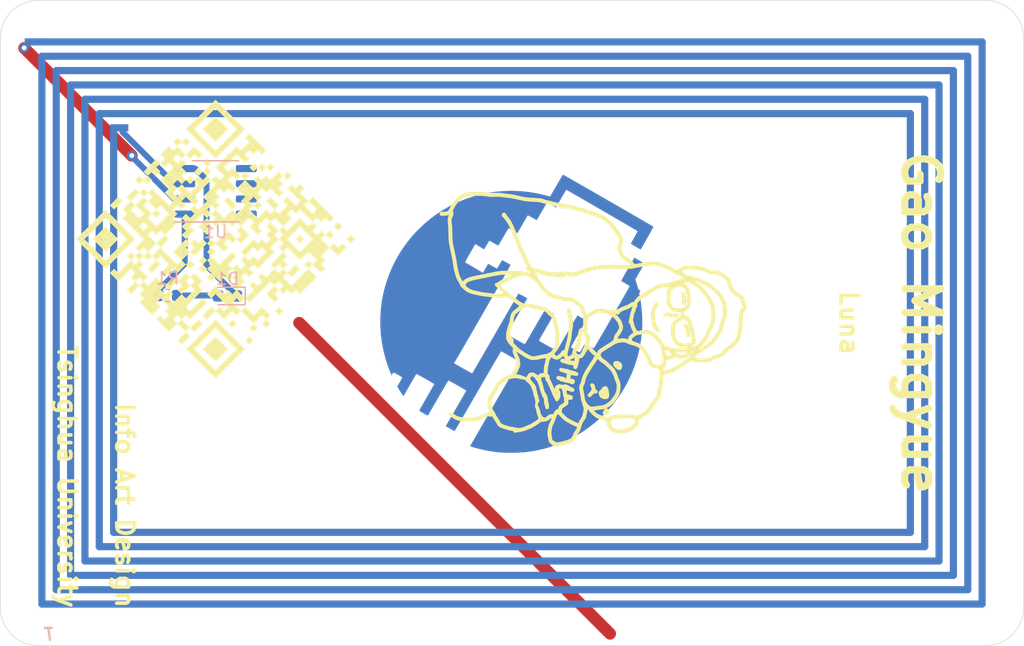
<source format=kicad_pcb>
(kicad_pcb (version 20171130) (host pcbnew "(5.1.9)-1")
  (layers (0 F.Cu signal) (31 B.Cu signal) (34 B.Paste user) (35 F.Paste user) (36 B.SilkS user) (37 F.SilkS user) (38 B.Mask user) (39 F.Mask user) (44 Edge.Cuts user))
  (net 0 "")
  (net 1 "Net-(AE1-Pad2)")
  (net 2 GND)
  (net 3 "Net-(D1-Pad2)")
  (net 4 +3V3)
  (net 5 "Net-(AE1-Pad1)")
  (net 6 "Net-(U1-Pad8)")
  (net 7 "Net-(U1-Pad7)")
  (net 8 "Net-(U1-Pad6)")
  (net 9 "Net-(U1-Pad5)")
  (module Avatars:13高明月 (layer F.Cu) (at 152.39 73.01 270)
    (fp_text reference G*** hide)
    (fp_text value LOGO hide)
  )
  (module Card:FutureInteractionDisconnect (layer B.Cu) (at 142.8 73.01)
    (fp_text reference G*** hide)
    (fp_text value LOGO hide)
    (fp_poly (pts (xy 0.476798 10.843159) (xy 0.984689 10.811521) (xy 1.474558 10.756716) (xy 1.960792 10.677047) (xy 2.457777 10.570817) (xy 2.578206 10.541687) (xy 3.286119 10.341214) (xy 3.97344 10.095386) (xy 4.638474 9.805974) (xy 5.279524 9.474753) (xy 5.894894 9.103496) (xy 6.482888 8.693976) (xy 7.04181 8.247968) (xy 7.569964 7.767244) (xy 8.065655 7.253579) (xy 8.527185 6.708745) (xy 8.952859 6.134517) (xy 9.340981 5.532667) (xy 9.689855 4.90497) (xy 9.997785 4.253199) (xy 10.263075 3.579127) (xy 10.484028 2.884529) (xy 10.658949 2.171177) (xy 10.67963 2.0701) (xy 10.801638 1.330457) (xy 10.873378 0.58695) (xy 10.894846 -0.158117) (xy 10.866035 -0.902439) (xy 10.78694 -1.643714) (xy 10.690058 -2.219732) (xy 10.635958 -2.496365) (xy 10.687195 -2.601827) (xy 10.738433 -2.707288) (xy 10.642725 -2.76237) (xy 10.57361 -2.813266) (xy 10.538395 -2.874747) (xy 10.529264 -2.912089) (xy 10.51508 -2.972243) (xy 10.489173 -3.068151) (xy 10.455095 -3.187118) (xy 10.416403 -3.316451) (xy 10.412243 -3.330031) (xy 10.312976 -3.653336) (xy 10.692223 -4.309184) (xy 11.071471 -4.965031) (xy 10.964985 -5.030828) (xy 10.903142 -5.068253) (xy 10.809179 -5.124154) (xy 10.694928 -5.191533) (xy 10.57222 -5.263392) (xy 10.547784 -5.277639) (xy 10.237069 -5.458652) (xy 10.137689 -5.288376) (xy 9.967675 -4.996343) (xy 9.808924 -4.722203) (xy 9.66303 -4.468783) (xy 9.531585 -4.23891) (xy 9.416183 -4.03541) (xy 9.318418 -3.861108) (xy 9.239884 -3.718833) (xy 9.182173 -3.61141) (xy 9.146879 -3.541665) (xy 9.135596 -3.512425) (xy 9.136046 -3.511716) (xy 9.164063 -3.496979) (xy 9.227852 -3.461062) (xy 9.3194 -3.408548) (xy 9.430696 -3.344018) (xy 9.4996 -3.303792) (xy 9.637811 -3.221258) (xy 9.735593 -3.15862) (xy 9.797636 -3.112437) (xy 9.828633 -3.079266) (xy 9.834027 -3.058465) (xy 9.820177 -3.029499) (xy 9.782837 -2.960241) (xy 9.723931 -2.854025) (xy 9.645384 -2.714183) (xy 9.549119 -2.544049) (xy 9.437062 -2.346956) (xy 9.311138 -2.126238) (xy 9.173271 -1.885229) (xy 9.025385 -1.62726) (xy 8.869405 -1.355667) (xy 8.707256 -1.073782) (xy 8.540863 -0.784938) (xy 8.372149 -0.49247) (xy 8.20304 -0.199709) (xy 8.03546 0.090009) (xy 7.871334 0.373352) (xy 7.712586 0.646987) (xy 7.561141 0.907579) (xy 7.418924 1.151796) (xy 7.287859 1.376305) (xy 7.16987 1.577771) (xy 7.066883 1.752862) (xy 6.980822 1.898244) (xy 6.913611 2.010584) (xy 6.867176 2.086548) (xy 6.84344 2.122803) (xy 6.840974 2.125466) (xy 6.808278 2.117555) (xy 6.738414 2.0862) (xy 6.637449 2.034628) (xy 6.511448 1.966064) (xy 6.36648 1.883737) (xy 6.208612 1.790872) (xy 6.183242 1.77566) (xy 6.105384 1.728857) (xy 5.894063 2.096329) (xy 5.823088 2.218199) (xy 5.760368 2.322976) (xy 5.710386 2.403401) (xy 5.677625 2.452217) (xy 5.667121 2.463723) (xy 5.637825 2.451453) (xy 5.575043 2.418207) (xy 5.487566 2.36919) (xy 5.384183 2.309608) (xy 5.273686 2.244664) (xy 5.164865 2.179564) (xy 5.066509 2.119512) (xy 4.98741 2.069714) (xy 4.936358 2.035373) (xy 4.92158 2.02229) (xy 4.933833 1.99713) (xy 4.969152 1.932263) (xy 5.025133 1.83193) (xy 5.09937 1.700376) (xy 5.189458 1.541844) (xy 5.29299 1.360577) (xy 5.407561 1.160818) (xy 5.530766 0.946812) (xy 5.55997 0.896198) (xy 5.684526 0.680078) (xy 5.80079 0.477699) (xy 5.906391 0.293234) (xy 5.998957 0.130856) (xy 6.076116 -0.00526) (xy 6.135498 -0.110942) (xy 6.17473 -0.182016) (xy 6.191441 -0.214307) (xy 6.191837 -0.215823) (xy 6.169285 -0.229211) (xy 6.111795 -0.262713) (xy 6.028445 -0.311082) (xy 5.928313 -0.369071) (xy 5.820475 -0.43143) (xy 5.714011 -0.492914) (xy 5.617997 -0.548273) (xy 5.541511 -0.592261) (xy 5.493632 -0.61963) (xy 5.483312 -0.625412) (xy 5.468283 -0.605464) (xy 5.430101 -0.545036) (xy 5.370888 -0.447717) (xy 5.292762 -0.317094) (xy 5.197843 -0.156756) (xy 5.088252 0.029711) (xy 4.966108 0.238716) (xy 4.833532 0.466674) (xy 4.692643 0.709995) (xy 4.622009 0.832368) (xy 4.477601 1.082663) (xy 4.340473 1.320067) (xy 4.212756 1.540903) (xy 4.096585 1.741495) (xy 3.994093 1.918167) (xy 3.907414 2.067243) (xy 3.838682 2.185046) (xy 3.790029 2.267902) (xy 3.76359 2.312132) (xy 3.759448 2.318529) (xy 3.735327 2.310133) (xy 3.673365 2.28003) (xy 3.579841 2.231692) (xy 3.461036 2.168593) (xy 3.32323 2.094204) (xy 3.172702 2.011998) (xy 3.015732 1.925448) (xy 2.858599 1.838025) (xy 2.707584 1.753204) (xy 2.568966 1.674455) (xy 2.449025 1.605252) (xy 2.354041 1.549067) (xy 2.290293 1.509373) (xy 2.268843 1.494271) (xy 2.266979 1.47259) (xy 2.284275 1.423159) (xy 2.32229 1.342886) (xy 2.382584 1.228679) (xy 2.466716 1.07745) (xy 2.571794 0.893812) (xy 2.685372 0.697133) (xy 2.81263 0.476767) (xy 2.944466 0.248473) (xy 3.071782 0.028007) (xy 3.185479 -0.168875) (xy 3.215098 -0.220164) (xy 3.525594 -0.757828) (xy 3.167325 -0.963385) (xy 3.0277 -1.042281) (xy 2.925374 -1.096862) (xy 2.854557 -1.129721) (xy 2.809459 -1.14345) (xy 2.784291 -1.140642) (xy 2.779722 -1.13692) (xy 2.762251 -1.109847) (xy 2.721702 -1.042493) (xy 2.660279 -0.938641) (xy 2.580188 -0.802073) (xy 2.483633 -0.63657) (xy 2.372819 -0.445915) (xy 2.249951 -0.233888) (xy 2.117234 -0.004271) (xy 1.976872 0.239154) (xy 1.931765 0.3175) (xy 1.789487 0.564379) (xy 1.654156 0.798552) (xy 1.527975 1.016246) (xy 1.41315 1.21369) (xy 1.311885 1.387112) (xy 1.226383 1.53274) (xy 1.158849 1.646802) (xy 1.111487 1.725526) (xy 1.086501 1.76514) (xy 1.083621 1.768911) (xy 1.054992 1.764093) (xy 0.989356 1.736223) (xy 0.892961 1.688891) (xy 0.772051 1.625688) (xy 0.632874 1.550206) (xy 0.481675 1.466035) (xy 0.324701 1.376766) (xy 0.168198 1.285989) (xy 0.018412 1.197296) (xy -0.118411 1.114277) (xy -0.236023 1.040523) (xy -0.32818 0.979625) (xy -0.388635 0.935174) (xy -0.411141 0.91076) (xy -0.411087 0.909645) (xy -0.397314 0.882444) (xy -0.360221 0.815008) (xy -0.301931 0.711067) (xy -0.22457 0.574353) (xy -0.130263 0.408597) (xy -0.021134 0.217531) (xy 0.100691 0.004887) (xy 0.233087 -0.225605) (xy 0.37393 -0.470213) (xy 0.435504 -0.576974) (xy 0.578763 -0.825951) (xy 0.713878 -1.062143) (xy 0.838786 -1.281859) (xy 0.951428 -1.481408) (xy 1.049742 -1.657099) (xy 1.131668 -1.805241) (xy 1.195145 -1.922143) (xy 1.238112 -2.004114) (xy 1.258508 -2.047464) (xy 1.259813 -2.053333) (xy 1.230636 -2.078021) (xy 1.167549 -2.119077) (xy 1.07968 -2.171534) (xy 0.976157 -2.23043) (xy 0.866109 -2.290799) (xy 0.758664 -2.347679) (xy 0.66295 -2.396104) (xy 0.588097 -2.43111) (xy 0.543232 -2.447734) (xy 0.534867 -2.447568) (xy 0.520172 -2.423431) (xy 0.481517 -2.3577) (xy 0.420304 -2.252797) (xy 0.337934 -2.111144) (xy 0.235808 -1.935163) (xy 0.115329 -1.727276) (xy -0.022102 -1.489904) (xy -0.175083 -1.225471) (xy -0.342214 -0.936399) (xy -0.522091 -0.625108) (xy -0.713315 -0.294021) (xy -0.914482 0.054439) (xy -1.124192 0.417851) (xy -1.341043 0.793792) (xy -1.395948 0.889) (xy -1.614299 1.26758) (xy -1.825822 1.634169) (xy -2.02912 1.986351) (xy -2.222792 2.321708) (xy -2.405442 2.637825) (xy -2.575668 2.932284) (xy -2.732075 3.202668) (xy -2.873262 3.446561) (xy -2.99783 3.661546) (xy -3.104383 3.845206) (xy -3.19152 3.995124) (xy -3.257843 4.108884) (xy -3.301953 4.184069) (xy -3.322453 4.218262) (xy -3.323727 4.220125) (xy -3.347562 4.21091) (xy -3.409249 4.179884) (xy -3.502578 4.13052) (xy -3.62134 4.066293) (xy -3.759327 3.990676) (xy -3.910329 3.907143) (xy -4.068139 3.819169) (xy -4.226546 3.730228) (xy -4.379343 3.643793) (xy -4.520319 3.563339) (xy -4.643268 3.492339) (xy -4.741979 3.434268) (xy -4.810243 3.392599) (xy -4.841853 3.370808) (xy -4.842135 3.370533) (xy -4.838087 3.343162) (xy -4.810259 3.29385) (xy -4.80401 3.284947) (xy -4.780083 3.247421) (xy -4.733048 3.169482) (xy -4.664429 3.053775) (xy -4.575747 2.902948) (xy -4.468526 2.719647) (xy -4.344288 2.506516) (xy -4.204555 2.266204) (xy -4.05085 2.001354) (xy -3.884696 1.714615) (xy -3.707615 1.408631) (xy -3.52113 1.086049) (xy -3.326763 0.749515) (xy -3.126037 0.401675) (xy -2.920474 0.045176) (xy -2.711598 -0.317338) (xy -2.50093 -0.683219) (xy -2.289994 -1.049821) (xy -2.080311 -1.414499) (xy -1.873405 -1.774607) (xy -1.670798 -2.127497) (xy -1.474012 -2.470525) (xy -1.28457 -2.801044) (xy -1.103995 -3.116407) (xy -0.93381 -3.41397) (xy -0.775536 -3.691085) (xy -0.630696 -3.945107) (xy -0.500814 -4.173389) (xy -0.387411 -4.373286) (xy -0.29201 -4.542152) (xy -0.216134 -4.677339) (xy -0.161306 -4.776203) (xy -0.129047 -4.836097) (xy -0.12055 -4.854481) (xy -0.148094 -4.872927) (xy -0.20966 -4.910308) (xy -0.296 -4.96131) (xy -0.397867 -5.020616) (xy -0.506014 -5.08291) (xy -0.611194 -5.142878) (xy -0.70416 -5.195204) (xy -0.775665 -5.234572) (xy -0.816461 -5.255667) (xy -0.822178 -5.2578) (xy -0.838059 -5.236966) (xy -0.874508 -5.179447) (xy -0.926976 -5.092712) (xy -0.990913 -4.984229) (xy -1.032724 -4.912095) (xy -1.102552 -4.79303) (xy -1.165122 -4.690318) (xy -1.215493 -4.611763) (xy -1.248727 -4.565171) (xy -1.258171 -4.55588) (xy -1.288054 -4.564389) (xy -1.35364 -4.59469) (xy -1.446906 -4.642711) (xy -1.559832 -4.70438) (xy -1.637655 -4.748519) (xy -1.990869 -4.951668) (xy -2.149317 -4.679284) (xy -2.217631 -4.562121) (xy -2.283393 -4.449812) (xy -2.338709 -4.355815) (xy -2.373162 -4.297784) (xy -2.438558 -4.188668) (xy -2.546429 -4.262275) (xy -2.597072 -4.294445) (xy -2.684832 -4.3476) (xy -2.80268 -4.417593) (xy -2.943589 -4.500277) (xy -3.100528 -4.591503) (xy -3.2639 -4.68565) (xy -3.424814 -4.778382) (xy -3.572138 -4.864052) (xy -3.699845 -4.939097) (xy -3.80191 -4.999949) (xy -3.872307 -5.043043) (xy -3.90501 -5.064814) (xy -3.905734 -5.065449) (xy -3.910202 -5.082339) (xy -3.901796 -5.116628) (xy -3.878477 -5.17232) (xy -3.838203 -5.25342) (xy -3.778934 -5.363933) (xy -3.698629 -5.507865) (xy -3.595247 -5.68922) (xy -3.531084 -5.800695) (xy -3.432139 -5.972688) (xy -3.341858 -6.130582) (xy -3.263264 -6.269015) (xy -3.19938 -6.382622) (xy -3.153231 -6.466041) (xy -3.127838 -6.513907) (xy -3.123812 -6.523205) (xy -3.111402 -6.557575) (xy -3.100951 -6.57599) (xy -3.080344 -6.590961) (xy -3.043599 -6.583451) (xy -2.980525 -6.550329) (xy -2.942589 -6.52732) (xy -2.749686 -6.408294) (xy -2.597127 -6.315195) (xy -2.482465 -6.246571) (xy -2.403252 -6.200974) (xy -2.357039 -6.176953) (xy -2.343024 -6.1722) (xy -2.324092 -6.193152) (xy -2.285107 -6.251056) (xy -2.230736 -6.338485) (xy -2.165646 -6.448011) (xy -2.120011 -6.527164) (xy -2.050271 -6.647126) (xy -1.987949 -6.749842) (xy -1.937776 -6.827859) (xy -1.904486 -6.873724) (xy -1.894188 -6.882764) (xy -1.865233 -6.870804) (xy -1.800524 -6.837362) (xy -1.708056 -6.786776) (xy -1.595824 -6.723386) (xy -1.520929 -6.6802) (xy -1.401491 -6.611244) (xy -1.297982 -6.552313) (xy -1.218106 -6.507727) (xy -1.169566 -6.481804) (xy -1.158573 -6.477) (xy -1.141528 -6.497567) (xy -1.104805 -6.553403) (xy -1.053996 -6.635708) (xy -1.001138 -6.72465) (xy -0.943078 -6.823665) (xy -0.865712 -6.955218) (xy -0.775624 -7.108136) (xy -0.679395 -7.271248) (xy -0.583609 -7.433381) (xy -0.567759 -7.460184) (xy -0.279207 -7.948068) (xy 0.455887 -7.523734) (xy 0.866825 -8.238617) (xy 0.967402 -8.413009) (xy 1.060911 -8.574047) (xy 1.144103 -8.716219) (xy 1.213727 -8.834015) (xy 1.266536 -8.921926) (xy 1.299281 -8.974441) (xy 1.307807 -8.986519) (xy 1.327383 -8.994683) (xy 1.363309 -8.987875) (xy 1.421643 -8.963388) (xy 1.508445 -8.918513) (xy 1.629772 -8.850544) (xy 1.691276 -8.815157) (xy 1.811773 -8.746037) (xy 1.916721 -8.6869) (xy 1.998341 -8.642044) (xy 2.048855 -8.615768) (xy 2.061268 -8.610688) (xy 2.077453 -8.631871) (xy 2.115688 -8.692012) (xy 2.172874 -8.78593) (xy 2.245914 -8.908443) (xy 2.331708 -9.054371) (xy 2.427158 -9.218533) (xy 2.490374 -9.32815) (xy 2.590527 -9.502048) (xy 2.682946 -9.661936) (xy 2.764507 -9.802454) (xy 2.832086 -9.918243) (xy 2.88256 -10.003945) (xy 2.912803 -10.054199) (xy 2.919983 -10.065158) (xy 2.946486 -10.059565) (xy 3.009077 -10.031782) (xy 3.100194 -9.985601) (xy 3.212271 -9.924811) (xy 3.304985 -9.872229) (xy 3.672914 -9.659841) (xy 4.531862 -11.148983) (xy 4.647181 -11.084657) (xy 4.745495 -11.029327) (xy 4.878742 -10.953582) (xy 5.043824 -10.85922) (xy 5.237643 -10.74804) (xy 5.4571 -10.62184) (xy 5.699097 -10.482418) (xy 5.960536 -10.331574) (xy 6.238318 -10.171106) (xy 6.529346 -10.002811) (xy 6.830521 -9.82849) (xy 7.138744 -9.64994) (xy 7.450919 -9.468959) (xy 7.763945 -9.287347) (xy 8.074726 -9.106902) (xy 8.380163 -8.929423) (xy 8.677157 -8.756707) (xy 8.962611 -8.590554) (xy 9.233426 -8.432762) (xy 9.486504 -8.28513) (xy 9.718747 -8.149456) (xy 9.927056 -8.027539) (xy 10.108334 -7.921176) (xy 10.259481 -7.832168) (xy 10.377401 -7.762312) (xy 10.458993 -7.713406) (xy 10.501161 -7.68725) (xy 10.506485 -7.683316) (xy 10.497286 -7.654357) (xy 10.46572 -7.588192) (xy 10.415246 -7.49136) (xy 10.349323 -7.3704) (xy 10.271409 -7.231851) (xy 10.224413 -7.150028) (xy 10.141958 -7.005108) (xy 10.070332 -6.874558) (xy 10.012842 -6.7648) (xy 9.972795 -6.682257) (xy 9.9535 -6.63335) (xy 9.953021 -6.623018) (xy 9.980019 -6.604656) (xy 10.041235 -6.567003) (xy 10.128288 -6.514927) (xy 10.232797 -6.453294) (xy 10.346382 -6.386968) (xy 10.460661 -6.320818) (xy 10.567255 -6.259708) (xy 10.657782 -6.208505) (xy 10.723862 -6.172076) (xy 10.757113 -6.155285) (xy 10.759427 -6.154793) (xy 10.772426 -6.177069) (xy 10.808159 -6.238814) (xy 10.864001 -6.335479) (xy 10.937327 -6.462514) (xy 11.025512 -6.615372) (xy 11.12593 -6.789503) (xy 11.235957 -6.980358) (xy 11.302268 -7.095411) (xy 11.424496 -7.308908) (xy 11.534096 -7.503137) (xy 11.62898 -7.674229) (xy 11.707058 -7.818311) (xy 11.766244 -7.931512) (xy 11.804449 -8.009962) (xy 11.819584 -8.049789) (xy 11.819201 -8.053758) (xy 11.793341 -8.070444) (xy 11.726342 -8.110703) (xy 11.620964 -8.172945) (xy 11.479967 -8.255581) (xy 11.306114 -8.35702) (xy 11.102164 -8.475674) (xy 10.870878 -8.609951) (xy 10.615018 -8.758263) (xy 10.337343 -8.91902) (xy 10.040614 -9.090632) (xy 9.727593 -9.27151) (xy 9.40104 -9.460063) (xy 9.063716 -9.654702) (xy 8.718381 -9.853837) (xy 8.367797 -10.055878) (xy 8.014724 -10.259236) (xy 7.661922 -10.462322) (xy 7.312153 -10.663544) (xy 6.968178 -10.861314) (xy 6.632756 -11.054042) (xy 6.30865 -11.240138) (xy 5.998619 -11.418012) (xy 5.705424 -11.586075) (xy 5.431827 -11.742737) (xy 5.180587 -11.886409) (xy 4.954466 -12.015499) (xy 4.756225 -12.12842) (xy 4.588623 -12.22358) (xy 4.454423 -12.299391) (xy 4.356384 -12.354262) (xy 4.297268 -12.386604) (xy 4.279741 -12.3952) (xy 4.250856 -12.374613) (xy 4.20655 -12.320076) (xy 4.155381 -12.242424) (xy 4.144306 -12.22375) (xy 4.10714 -12.159655) (xy 4.048542 -12.058342) (xy 3.972437 -11.92661) (xy 3.882752 -11.771259) (xy 3.783412 -11.599088) (xy 3.678343 -11.416897) (xy 3.620006 -11.3157) (xy 3.518863 -11.140318) (xy 3.426042 -10.979555) (xy 3.344523 -10.838554) (xy 3.277283 -10.722459) (xy 3.227302 -10.636417) (xy 3.197559 -10.58557) (xy 3.190352 -10.573648) (xy 3.16546 -10.578053) (xy 3.100997 -10.593975) (xy 3.006248 -10.619014) (xy 2.890498 -10.650768) (xy 2.868982 -10.656778) (xy 2.179465 -10.824098) (xy 1.473229 -10.945348) (xy 0.755268 -11.020388) (xy 0.030576 -11.049075) (xy -0.695852 -11.031266) (xy -1.419022 -10.966818) (xy -2.13394 -10.85559) (xy -2.377149 -10.806469) (xy -3.091019 -10.628093) (xy -3.78564 -10.403717) (xy -4.459279 -10.135027) (xy -5.110204 -9.823706) (xy -5.73668 -9.47144) (xy -6.336975 -9.079914) (xy -6.909355 -8.650813) (xy -7.452089 -8.185823) (xy -7.963441 -7.686626) (xy -8.44168 -7.15491) (xy -8.885073 -6.592358) (xy -9.291885 -6.000657) (xy -9.660384 -5.381489) (xy -9.988838 -4.736542) (xy -10.275512 -4.067499) (xy -10.518674 -3.376045) (xy -10.705417 -2.709609) (xy -10.855206 -1.996713) (xy -10.956265 -1.273971) (xy -11.008864 -0.544935) (xy -11.013276 0.186843) (xy -10.96977 0.917811) (xy -10.878618 1.644416) (xy -10.740092 2.363108) (xy -10.554461 3.070334) (xy -10.321997 3.762541) (xy -10.185078 4.109643) (xy -10.07652 4.371185) (xy -10.014684 4.26232) (xy -9.973392 4.195385) (xy -9.938334 4.148296) (xy -9.926474 4.137155) (xy -9.897913 4.144185) (xy -9.834872 4.172127) (xy -9.746552 4.215965) (xy -9.642155 4.270678) (xy -9.530883 4.331248) (xy -9.421938 4.392656) (xy -9.324521 4.449883) (xy -9.247835 4.497909) (xy -9.201081 4.531717) (xy -9.198038 4.534467) (xy -9.188641 4.552931) (xy -9.192238 4.584273) (xy -9.211619 4.634749) (xy -9.249572 4.710616) (xy -9.30889 4.818128) (xy -9.379424 4.941202) (xy -9.595673 5.315065) (xy -9.542201 5.407083) (xy -9.495868 5.484434) (xy -9.433425 5.585479) (xy -9.362038 5.698978) (xy -9.288871 5.813695) (xy -9.22109 5.918392) (xy -9.16586 6.001832) (xy -9.1313 6.051501) (xy -9.0805 6.119745) (xy -8.560943 5.216605) (xy -8.447866 5.020317) (xy -8.341986 4.837045) (xy -8.246126 4.671634) (xy -8.163107 4.52893) (xy -8.09575 4.41378) (xy -8.046879 4.33103) (xy -8.019314 4.285524) (xy -8.014843 4.27878) (xy -7.999627 4.273543) (xy -7.967701 4.280546) (xy -7.915107 4.30179) (xy -7.837885 4.339275) (xy -7.732077 4.395003) (xy -7.593726 4.470975) (xy -7.418872 4.569192) (xy -7.24535 4.667806) (xy -7.069041 4.768995) (xy -6.907678 4.862832) (xy -6.766374 4.946249) (xy -6.650242 5.016177) (xy -6.564394 5.069546) (xy -6.513942 5.103289) (xy -6.5024 5.113779) (xy -6.514744 5.139551) (xy -6.550146 5.204943) (xy -6.606162 5.305639) (xy -6.68035 5.437321) (xy -6.770267 5.595674) (xy -6.873469 5.776382) (xy -6.987512 5.975129) (xy -7.109955 6.187599) (xy -7.124863 6.213408) (xy -7.248334 6.427429) (xy -7.363912 6.628381) (xy -7.469126 6.811922) (xy -7.561504 6.973712) (xy -7.638573 7.109408) (xy -7.697861 7.214669) (xy -7.736897 7.285154) (xy -7.753209 7.316522) (xy -7.753513 7.317416) (xy -7.734805 7.33856) (xy -7.679116 7.379844) (xy -7.593686 7.436403) (xy -7.485756 7.503373) (xy -7.407105 7.550102) (xy -7.273259 7.627504) (xy -7.176164 7.68116) (xy -7.109295 7.713926) (xy -7.066124 7.728655) (xy -7.040125 7.728203) (xy -7.025798 7.716885) (xy -7.008417 7.68856) (xy -6.967898 7.620001) (xy -6.906444 7.515003) (xy -6.826258 7.377358) (xy -6.729543 7.210863) (xy -6.618502 7.01931) (xy -6.495339 6.806494) (xy -6.362256 6.576208) (xy -6.221456 6.332248) (xy -6.17358 6.249223) (xy -6.030885 6.002351) (xy -5.895079 5.768628) (xy -5.768362 5.551761) (xy -5.652934 5.355458) (xy -5.550995 5.183424) (xy -5.464744 5.039367) (xy -5.396382 4.926994) (xy -5.348109 4.850011) (xy -5.322124 4.812126) (xy -5.31873 4.8088) (xy -5.291092 4.818252) (xy -5.22652 4.849717) (xy -5.131197 4.899669) (xy -5.011306 4.964584) (xy -4.873028 5.040937) (xy -4.722548 5.125203) (xy -4.566048 5.213858) (xy -4.40971 5.303377) (xy -4.259718 5.390236) (xy -4.122254 5.470909) (xy -4.0035 5.541872) (xy -3.90964 5.599601) (xy -3.846857 5.64057) (xy -3.821332 5.661255) (xy -3.821163 5.662539) (xy -3.834986 5.686479) (xy -3.872027 5.750678) (xy -3.930125 5.851386) (xy -4.007118 5.984856) (xy -4.100845 6.147341) (xy -4.209143 6.335093) (xy -4.329851 6.544364) (xy -4.460806 6.771406) (xy -4.599848 7.012472) (xy -4.635278 7.0739) (xy -4.777342 7.320144) (xy -4.912933 7.555043) (xy -5.039747 7.774611) (xy -5.155478 7.974864) (xy -5.257823 8.151818) (xy -5.344476 8.301489) (xy -5.413132 8.419891) (xy -5.461488 8.503041) (xy -5.487237 8.546954) (xy -5.489459 8.550657) (xy -5.537891 8.630414) (xy -5.183336 8.836407) (xy -5.062378 8.905981) (xy -4.95657 8.965514) (xy -4.873764 9.010693) (xy -4.821815 9.037205) (xy -4.808341 9.042384) (xy -4.793541 9.02077) (xy -4.754785 8.957527) (xy -4.693468 8.855046) (xy -4.610985 8.715719) (xy -4.508733 8.54194) (xy -4.388107 8.3361) (xy -4.250502 8.100592) (xy -4.097313 7.837807) (xy -3.929938 7.550139) (xy -3.74977 7.239978) (xy -3.558205 6.909718) (xy -3.35664 6.56175) (xy -3.146469 6.198467) (xy -2.929089 5.822261) (xy -2.859819 5.702284) (xy -2.640444 5.322512) (xy -2.427811 4.954916) (xy -2.223316 4.601889) (xy -2.028357 4.265822) (xy -1.844333 3.949108) (xy -1.67264 3.65414) (xy -1.514676 3.38331) (xy -1.371838 3.139011) (xy -1.245525 2.923634) (xy -1.137133 2.739574) (xy -1.048061 2.589221) (xy -0.979706 2.474969) (xy -0.933465 2.39921) (xy -0.910737 2.364336) (xy -0.908677 2.3622) (xy -0.883983 2.374197) (xy -0.821417 2.407837) (xy -0.727235 2.459595) (xy -0.607691 2.525945) (xy -0.469041 2.603361) (xy -0.317539 2.688318) (xy -0.159441 2.77729) (xy -0.001002 2.866752) (xy 0.151523 2.953178) (xy 0.291879 3.033042) (xy 0.413811 3.102819) (xy 0.511064 3.158982) (xy 0.577382 3.198008) (xy 0.605815 3.21583) (xy 0.597824 3.238062) (xy 0.567109 3.28585) (xy 0.55202 3.306682) (xy 0.533848 3.33594) (xy 0.491753 3.406662) (xy 0.427202 3.516313) (xy 0.341664 3.662358) (xy 0.236609 3.842263) (xy 0.113506 4.053493) (xy -0.026177 4.293515) (xy -0.180972 4.559792) (xy -0.349408 4.849792) (xy -0.530017 5.160979) (xy -0.72133 5.490818) (xy -0.921879 5.836776) (xy -1.130194 6.196318) (xy -1.344806 6.566908) (xy -1.564248 6.946013) (xy -1.787048 7.331099) (xy -2.01174 7.71963) (xy -2.236854 8.109072) (xy -2.46092 8.49689) (xy -2.682471 8.880551) (xy -2.900037 9.257518) (xy -3.112149 9.625259) (xy -3.317339 9.981238) (xy -3.496308 10.291954) (xy -3.479985 10.309903) (xy -3.420145 10.336587) (xy -3.323004 10.370372) (xy -3.194775 10.409626) (xy -3.041674 10.452715) (xy -2.869914 10.498006) (xy -2.685711 10.543866) (xy -2.495278 10.588661) (xy -2.30483 10.63076) (xy -2.120582 10.668528) (xy -1.948748 10.700332) (xy -1.9304 10.703476) (xy -1.598835 10.755753) (xy -1.288473 10.795474) (xy -0.984184 10.823852) (xy -0.670839 10.842104) (xy -0.333305 10.851442) (xy -0.0635 10.853328) (xy 0.476798 10.843159)) (layer B.Cu) (width 0.01))
  )
  (module Card:interact.cool (layer F.Cu) (at 118 66 45)
    (fp_text reference QR hide)
    (fp_text value https://interact.cool/ hide)
  )
  (module Card:NFC-Antenna_6_79.24x47.62_0.6x0.6mm (layer B.Cu) (at 142.8 73.01)
    (fp_text reference AE1 hide)
    (fp_text value Antenna_Loop)
    (fp_line (start -39.32 -23.51) (end 39.32 -23.51) (layer B.Cu) (width 0.6))
    (fp_line (start 39.32 -23.51) (end 39.32 23.51) (layer B.Cu) (width 0.6))
    (fp_line (start 39.32 23.51) (end -39.32 23.51) (layer B.Cu) (width 0.6))
    (fp_line (start -39.32 23.51) (end -39.32 -22.31) (layer B.Cu) (width 0.6))
    (fp_line (start -39.32 -22.31) (end 38.12 -22.31) (layer B.Cu) (width 0.6))
    (fp_line (start 38.12 -22.31) (end 38.12 22.31) (layer B.Cu) (width 0.6))
    (fp_line (start 38.12 22.31) (end -38.12 22.31) (layer B.Cu) (width 0.6))
    (fp_line (start -38.12 22.31) (end -38.12 -21.11) (layer B.Cu) (width 0.6))
    (fp_line (start -38.12 -21.11) (end 36.92 -21.11) (layer B.Cu) (width 0.6))
    (fp_line (start 36.92 -21.11) (end 36.92 21.11) (layer B.Cu) (width 0.6))
    (fp_line (start 36.92 21.11) (end -36.92 21.11) (layer B.Cu) (width 0.6))
    (fp_line (start -36.92 21.11) (end -36.92 -19.91) (layer B.Cu) (width 0.6))
    (fp_line (start -36.92 -19.91) (end 35.72 -19.91) (layer B.Cu) (width 0.6))
    (fp_line (start 35.72 -19.91) (end 35.72 19.91) (layer B.Cu) (width 0.6))
    (fp_line (start 35.72 19.91) (end -35.72 19.91) (layer B.Cu) (width 0.6))
    (fp_line (start -35.72 19.91) (end -35.72 -18.71) (layer B.Cu) (width 0.6))
    (fp_line (start -35.72 -18.71) (end 34.52 -18.71) (layer B.Cu) (width 0.6))
    (fp_line (start 34.52 -18.71) (end 34.52 18.71) (layer B.Cu) (width 0.6))
    (fp_line (start 34.52 18.71) (end -34.52 18.71) (layer B.Cu) (width 0.6))
    (fp_line (start -34.52 18.71) (end -34.52 -17.51) (layer B.Cu) (width 0.6))
    (fp_line (start -34.52 -17.51) (end 33.32 -17.51) (layer B.Cu) (width 0.6))
    (fp_line (start 33.32 -17.51) (end 33.32 17.51) (layer B.Cu) (width 0.6))
    (fp_line (start 33.32 17.51) (end -33.32 17.51) (layer B.Cu) (width 0.6))
    (fp_line (start -33.32 17.51) (end -33.32 -16.31) (layer B.Cu) (width 0.6))
    (pad 2 smd rect (at -40 -23.51) (size 1.524 0.6) (layers B.Cu) (net 1 "Net-(AE1-Pad2)"))
    (pad 1 smd rect (at -32.85 -16.325) (size 1.524 0.6) (layers B.Cu) (net 5 "Net-(AE1-Pad1)"))
  )
  (module Package_SO:SO-8_3.9x4.9mm_P1.27mm (layer B.Cu) (at 118 62)
    (fp_text reference U1 (at 0 3.4) (layer B.SilkS) (effects (justify mirror)))
    (fp_text value M24LR04E-R)
    (pad 8 smd roundrect (at 2.575 1.905) (size 1.75 0.6) (layers B.Cu B.Paste B.Mask) (net 6 "Net-(U1-Pad8)"))
    (pad 7 smd roundrect (at 2.575 0.635) (size 1.75 0.6) (layers B.Cu B.Paste B.Mask) (net 7 "Net-(U1-Pad7)"))
    (pad 6 smd roundrect (at 2.575 -0.635) (size 1.75 0.6) (layers B.Cu B.Paste B.Mask) (net 8 "Net-(U1-Pad6)"))
    (pad 5 smd roundrect (at 2.575 -1.905) (size 1.75 0.6) (layers B.Cu B.Paste B.Mask) (net 9 "Net-(U1-Pad5)"))
    (pad 4 smd roundrect (at -2.575 -1.905) (size 1.75 0.6) (layers B.Cu B.Paste B.Mask) (net 2 GND))
    (pad 3 smd roundrect (at -2.575 -0.635) (size 1.75 0.6) (layers B.Cu B.Paste B.Mask) (net 5 "Net-(AE1-Pad1)"))
    (pad 2 smd roundrect (at -2.575 0.635) (size 1.75 0.6) (layers B.Cu B.Paste B.Mask) (net 1 "Net-(AE1-Pad2)"))
    (pad 1 smd roundrect (at -2.575 1.905) (size 1.75 0.6) (layers B.Cu B.Paste B.Mask) (net 4 +3V3))
  )
  (module Resistor_SMD:R_0603_1608Metric (layer B.Cu) (at 114 70.71 180)
    (fp_text reference R1 (at 0 1.43) (layer B.SilkS) (effects (justify mirror)))
    (fp_text value R)
    (pad 2 smd roundrect (at 0.7875 0 180) (size 0.875 0.95) (layers B.Cu B.Paste B.Mask) (net 4 +3V3))
    (pad 1 smd roundrect (at -0.7875 0 180) (size 0.875 0.95) (layers B.Cu B.Paste B.Mask) (net 3 "Net-(D1-Pad2)"))
  )
  (module LED_SMD:LED_0603_1608Metric (layer B.Cu) (at 119 70.75 180)
    (fp_text reference D1 (at 0 1.43) (layer B.SilkS) (effects (justify mirror)))
    (fp_text value LED)
    (pad 2 smd roundrect (at 0.7875 0 180) (size 0.875 0.95) (layers B.Cu B.Paste B.Mask) (net 3 "Net-(D1-Pad2)"))
    (pad 1 smd roundrect (at -0.7875 0 180) (size 0.875 0.95) (layers B.Cu B.Paste B.Mask) (net 2 GND))
  )
  (gr_text T (at 104.14 99.06) (layer B.SilkS) (effects (font (size 1 1) (thickness 0.2) italic) (justify mirror)))
  (gr_text "Info Art Design\n\nTsinghua University" (at 108 97 270) (layer F.SilkS) (effects (font (size 1.5 1.5) (thickness 0.3)) (justify right)))
  (gr_text Luna (at 171 73 -90) (layer F.SilkS) (effects (font (size 1.5 1.5) (thickness 0.3))))
  (gr_text "Gao Mingyue" (at 177 73 -90) (layer F.SilkS) (effects (font (size 3 3) (thickness 0.6))))
  (gr_line (start 103.18 100) (end 182.42 100) (layer Edge.Cuts) (width 0.05))
  (gr_line (start 185.6 49.2) (end 185.6 96.82) (layer Edge.Cuts) (width 0.05))
  (gr_line (start 100 49.2) (end 100 96.82) (layer Edge.Cuts) (width 0.05))
  (gr_line (start 103.18 46.02) (end 182.42 46.02) (layer Edge.Cuts) (width 0.05))
  (gr_arc (start 103.18 49.2) (end 103.18 46.02) (angle -90) (layer Edge.Cuts) (width 0.05))
  (gr_arc (start 182.42 49.2) (end 185.6 49.2) (angle -90) (layer Edge.Cuts) (width 0.05))
  (gr_arc (start 103.18 96.82) (end 100 96.82) (angle -90) (layer Edge.Cuts) (width 0.05))
  (gr_arc (start 182.42 96.82) (end 182.42 100) (angle -90) (layer Edge.Cuts) (width 0.05))
  (segment (start 125 73) (end 151 99) (width 1) (layer F.Cu) (net 0))
  (via (at 110.991459 59.008541) (size 0.8) (drill 0.4) (layers F.Cu B.Cu) (net 1))
  (segment (start 110.991459 59.076459) (end 110.991459 59.008541) (width 0.5) (layer B.Cu) (net 1))
  (segment (start 115.425 62.635) (end 114.55 62.635) (width 0.5) (layer B.Cu) (net 1))
  (segment (start 114.55 62.635) (end 110.991459 59.076459) (width 0.5) (layer B.Cu) (net 1))
  (via (at 102 50) (size 0.8) (drill 0.4) (layers F.Cu B.Cu) (net 1))
  (segment (start 110.991459 59.008541) (end 102 50.017082) (width 1) (layer F.Cu) (net 1))
  (segment (start 102 50.017082) (end 102 50) (width 0.5) (layer F.Cu) (net 1))
  (segment (start 102.5 49.5) (end 102.72999 49.5) (width 0.5) (layer B.Cu) (net 1))
  (segment (start 102 50) (end 102.5 49.5) (width 0.5) (layer B.Cu) (net 1))
  (segment (start 116.3 60.095) (end 117.25 61.045) (width 0.5) (layer B.Cu) (net 2))
  (segment (start 115.425 60.095) (end 116.3 60.095) (width 0.5) (layer B.Cu) (net 2))
  (segment (start 117.25 68.2125) (end 119.7875 70.75) (width 0.5) (layer B.Cu) (net 2))
  (segment (start 117.25 61.045) (end 117.25 68.2125) (width 0.5) (layer B.Cu) (net 2))
  (segment (start 118.1725 70.71) (end 118.2125 70.75) (width 0.5) (layer B.Cu) (net 3))
  (segment (start 114.7875 70.71) (end 118.1725 70.71) (width 0.5) (layer B.Cu) (net 3))
  (segment (start 115.425 63.905) (end 115.425 68.075) (width 0.5) (layer B.Cu) (net 4))
  (segment (start 113.2125 70.2875) (end 113.2125 70.71) (width 0.5) (layer B.Cu) (net 4))
  (segment (start 115.425 68.075) (end 113.2125 70.2875) (width 0.5) (layer B.Cu) (net 4))
  (segment (start 110.23001 57.04501) (end 110.23001 56.685) (width 0.5) (layer B.Cu) (net 5))
  (segment (start 115.425 61.365) (end 114.55 61.365) (width 0.5) (layer B.Cu) (net 5))
  (segment (start 114.55 61.365) (end 110.23001 57.04501) (width 0.5) (layer B.Cu) (net 5))
)
</source>
